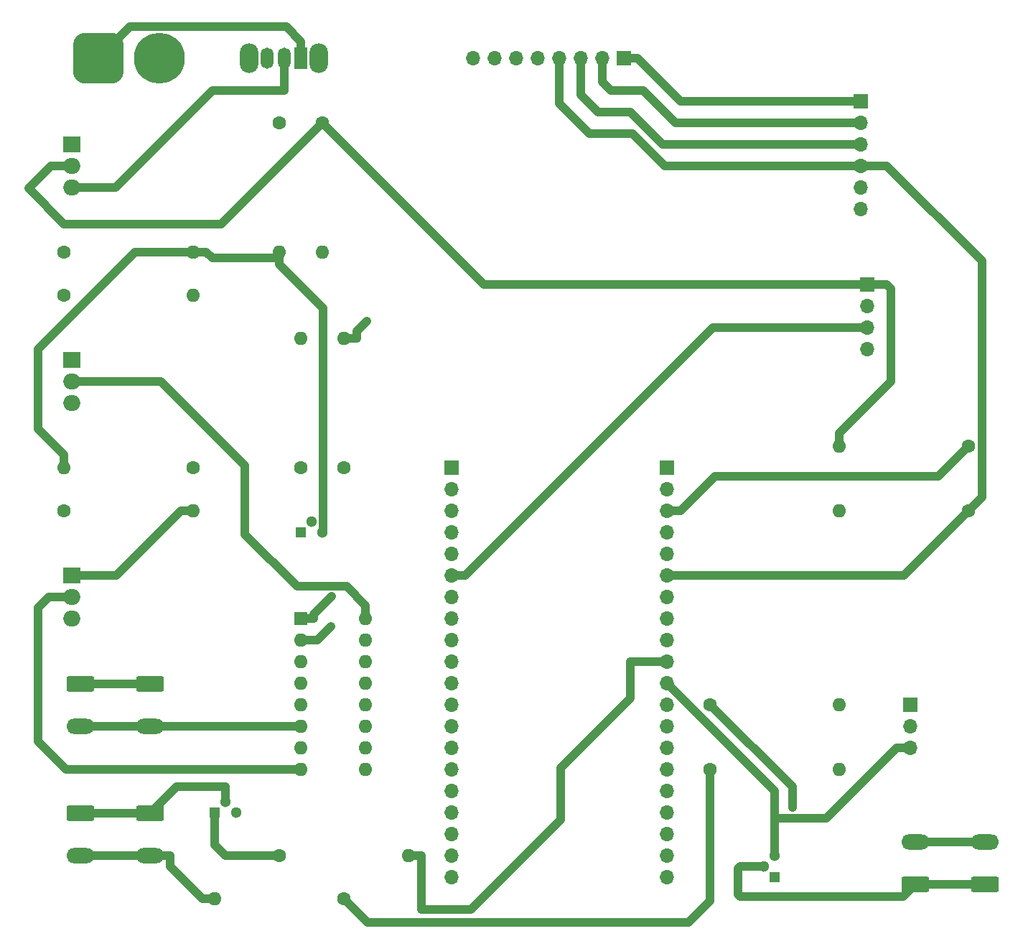
<source format=gbr>
%TF.GenerationSoftware,KiCad,Pcbnew,7.0.9-7.0.9~ubuntu22.04.1*%
%TF.CreationDate,2023-12-07T20:50:56+01:00*%
%TF.ProjectId,circuit,63697263-7569-4742-9e6b-696361645f70,rev?*%
%TF.SameCoordinates,Original*%
%TF.FileFunction,Copper,L1,Top*%
%TF.FilePolarity,Positive*%
%FSLAX46Y46*%
G04 Gerber Fmt 4.6, Leading zero omitted, Abs format (unit mm)*
G04 Created by KiCad (PCBNEW 7.0.9-7.0.9~ubuntu22.04.1) date 2023-12-07 20:50:56*
%MOMM*%
%LPD*%
G01*
G04 APERTURE LIST*
G04 Aperture macros list*
%AMRoundRect*
0 Rectangle with rounded corners*
0 $1 Rounding radius*
0 $2 $3 $4 $5 $6 $7 $8 $9 X,Y pos of 4 corners*
0 Add a 4 corners polygon primitive as box body*
4,1,4,$2,$3,$4,$5,$6,$7,$8,$9,$2,$3,0*
0 Add four circle primitives for the rounded corners*
1,1,$1+$1,$2,$3*
1,1,$1+$1,$4,$5*
1,1,$1+$1,$6,$7*
1,1,$1+$1,$8,$9*
0 Add four rect primitives between the rounded corners*
20,1,$1+$1,$2,$3,$4,$5,0*
20,1,$1+$1,$4,$5,$6,$7,0*
20,1,$1+$1,$6,$7,$8,$9,0*
20,1,$1+$1,$8,$9,$2,$3,0*%
G04 Aperture macros list end*
%TA.AperFunction,ComponentPad*%
%ADD10C,1.600000*%
%TD*%
%TA.AperFunction,ComponentPad*%
%ADD11O,1.600000X1.600000*%
%TD*%
%TA.AperFunction,ComponentPad*%
%ADD12R,1.600000X1.600000*%
%TD*%
%TA.AperFunction,ComponentPad*%
%ADD13R,1.300000X1.300000*%
%TD*%
%TA.AperFunction,ComponentPad*%
%ADD14C,1.300000*%
%TD*%
%TA.AperFunction,ComponentPad*%
%ADD15R,2.000000X1.905000*%
%TD*%
%TA.AperFunction,ComponentPad*%
%ADD16O,2.000000X1.905000*%
%TD*%
%TA.AperFunction,ComponentPad*%
%ADD17RoundRect,0.250000X-1.400000X0.650000X-1.400000X-0.650000X1.400000X-0.650000X1.400000X0.650000X0*%
%TD*%
%TA.AperFunction,ComponentPad*%
%ADD18O,3.300000X1.800000*%
%TD*%
%TA.AperFunction,ComponentPad*%
%ADD19R,1.700000X1.700000*%
%TD*%
%TA.AperFunction,ComponentPad*%
%ADD20O,1.700000X1.700000*%
%TD*%
%TA.AperFunction,ComponentPad*%
%ADD21RoundRect,1.500000X-1.500000X-1.500000X1.500000X-1.500000X1.500000X1.500000X-1.500000X1.500000X0*%
%TD*%
%TA.AperFunction,ComponentPad*%
%ADD22C,6.000000*%
%TD*%
%TA.AperFunction,ComponentPad*%
%ADD23O,2.200000X3.500000*%
%TD*%
%TA.AperFunction,ComponentPad*%
%ADD24R,1.500000X2.500000*%
%TD*%
%TA.AperFunction,ComponentPad*%
%ADD25O,1.500000X2.500000*%
%TD*%
%TA.AperFunction,ComponentPad*%
%ADD26RoundRect,0.250000X1.400000X-0.650000X1.400000X0.650000X-1.400000X0.650000X-1.400000X-0.650000X0*%
%TD*%
%TA.AperFunction,ViaPad*%
%ADD27C,0.800000*%
%TD*%
%TA.AperFunction,Conductor*%
%ADD28C,1.000000*%
%TD*%
G04 APERTURE END LIST*
D10*
%TO.P,R7,1*%
%TO.N,/ESP Power*%
X111760000Y-50800000D03*
D11*
%TO.P,R7,2*%
%TO.N,Net-(U5-ADJ)*%
X111760000Y-66040000D03*
%TD*%
D10*
%TO.P,R14,1*%
%TO.N,Net-(U3-ADJ)*%
X81280000Y-66040000D03*
D11*
%TO.P,R14,2*%
%TO.N,GND*%
X96520000Y-66040000D03*
%TD*%
D10*
%TO.P,R3,1*%
%TO.N,/ESP Power*%
X157480000Y-127000000D03*
D11*
%TO.P,R3,2*%
%TO.N,Net-(D1-A)*%
X172720000Y-127000000D03*
%TD*%
D10*
%TO.P,R8,1*%
%TO.N,Net-(U5-ADJ)*%
X106680000Y-50800000D03*
D11*
%TO.P,R8,2*%
%TO.N,GND*%
X106680000Y-66040000D03*
%TD*%
D10*
%TO.P,R5,1*%
%TO.N,Net-(Q1-B)*%
X157480000Y-119380000D03*
D11*
%TO.P,R5,2*%
%TO.N,Net-(U1-32)*%
X172720000Y-119380000D03*
%TD*%
D10*
%TO.P,R1,1*%
%TO.N,/MotorDrive*%
X81280000Y-96520000D03*
D11*
%TO.P,R1,2*%
%TO.N,Net-(U4-ADJ)*%
X96520000Y-96520000D03*
%TD*%
D12*
%TO.P,U2,1,EN1\u002C2*%
%TO.N,Net-(Q4-C)*%
X109220000Y-109220000D03*
D11*
%TO.P,U2,2,1A*%
%TO.N,Net-(U1-32)*%
X109220000Y-111760000D03*
%TO.P,U2,3,1Y*%
%TO.N,Net-(M1-+)*%
X109220000Y-114300000D03*
%TO.P,U2,4,GND*%
%TO.N,GND*%
X109220000Y-116840000D03*
%TO.P,U2,5,GND*%
X109220000Y-119380000D03*
%TO.P,U2,6,2Y*%
%TO.N,Net-(M1--)*%
X109220000Y-121920000D03*
%TO.P,U2,7,2A*%
%TO.N,Net-(U1-5)*%
X109220000Y-124460000D03*
%TO.P,U2,8,VCC2*%
%TO.N,/MotorDrive*%
X109220000Y-127000000D03*
%TO.P,U2,9,EN3\u002C4*%
%TO.N,unconnected-(U2-EN3\u002C4-Pad9)*%
X116840000Y-127000000D03*
%TO.P,U2,10,3A*%
%TO.N,unconnected-(U2-3A-Pad10)*%
X116840000Y-124460000D03*
%TO.P,U2,11,3Y*%
%TO.N,unconnected-(U2-3Y-Pad11)*%
X116840000Y-121920000D03*
%TO.P,U2,12,GND*%
%TO.N,GND*%
X116840000Y-119380000D03*
%TO.P,U2,13,GND*%
X116840000Y-116840000D03*
%TO.P,U2,14,4Y*%
%TO.N,unconnected-(U2-4Y-Pad14)*%
X116840000Y-114300000D03*
%TO.P,U2,15,4A*%
%TO.N,unconnected-(U2-4A-Pad15)*%
X116840000Y-111760000D03*
%TO.P,U2,16,VCC1*%
%TO.N,/DriverPower*%
X116840000Y-109220000D03*
%TD*%
D10*
%TO.P,R10,1*%
%TO.N,Net-(J1-SDA)*%
X187960000Y-96520000D03*
D11*
%TO.P,R10,2*%
%TO.N,/ESP Power*%
X172720000Y-96520000D03*
%TD*%
D10*
%TO.P,R12,1*%
%TO.N,Net-(U1-18)*%
X109220000Y-91440000D03*
D11*
%TO.P,R12,2*%
%TO.N,Net-(Q4-B)*%
X109220000Y-76200000D03*
%TD*%
D13*
%TO.P,Q4,1,B*%
%TO.N,Net-(Q4-B)*%
X109220000Y-99060000D03*
D14*
%TO.P,Q4,2,C*%
%TO.N,Net-(Q4-C)*%
X110490000Y-97790000D03*
%TO.P,Q4,3,E*%
%TO.N,GND*%
X111760000Y-99060000D03*
%TD*%
D15*
%TO.P,U4,1,ADJ*%
%TO.N,Net-(U4-ADJ)*%
X82210000Y-104140000D03*
D16*
%TO.P,U4,2,VO*%
%TO.N,/MotorDrive*%
X82210000Y-106680000D03*
%TO.P,U4,3,VI*%
%TO.N,Net-(SW2A-B)*%
X82210000Y-109220000D03*
%TD*%
D17*
%TO.P,M1,1,+*%
%TO.N,Net-(M1-+)*%
X91440000Y-116920000D03*
X83240000Y-116920000D03*
D18*
%TO.P,M1,2,-*%
%TO.N,Net-(M1--)*%
X91440000Y-121920000D03*
X83240000Y-121920000D03*
%TD*%
D10*
%TO.P,R13,1*%
%TO.N,/DriverPower*%
X81280000Y-71120000D03*
D11*
%TO.P,R13,2*%
%TO.N,Net-(U3-ADJ)*%
X96520000Y-71120000D03*
%TD*%
D19*
%TO.P,J3,1,Vcc*%
%TO.N,/ESP Power*%
X175965000Y-69860000D03*
D20*
%TO.P,J3,2,Trig*%
%TO.N,Net-(J3-Trig)*%
X175965000Y-72400000D03*
%TO.P,J3,3,Echo*%
%TO.N,Net-(J3-Echo)*%
X175965000Y-74940000D03*
%TO.P,J3,4,Grnd*%
%TO.N,GND*%
X175965000Y-77480000D03*
%TD*%
D10*
%TO.P,R2,1*%
%TO.N,Net-(U4-ADJ)*%
X96520000Y-91440000D03*
D11*
%TO.P,R2,2*%
%TO.N,GND*%
X81280000Y-91440000D03*
%TD*%
D15*
%TO.P,U3,1,ADJ*%
%TO.N,Net-(U3-ADJ)*%
X82210000Y-78740000D03*
D16*
%TO.P,U3,2,VO*%
%TO.N,/DriverPower*%
X82210000Y-81280000D03*
%TO.P,U3,3,VI*%
%TO.N,/MotorDrive*%
X82210000Y-83820000D03*
%TD*%
D13*
%TO.P,Q1,1,B*%
%TO.N,Net-(Q1-B)*%
X165100000Y-139700000D03*
D14*
%TO.P,Q1,2,C*%
%TO.N,Net-(D1-K)*%
X163830000Y-138430000D03*
%TO.P,Q1,3,E*%
%TO.N,GND*%
X165100000Y-137160000D03*
%TD*%
D15*
%TO.P,U5,1,ADJ*%
%TO.N,Net-(U5-ADJ)*%
X82210000Y-53340000D03*
D16*
%TO.P,U5,2,VO*%
%TO.N,/ESP Power*%
X82210000Y-55880000D03*
%TO.P,U5,3,VI*%
%TO.N,Net-(SW2A-B)*%
X82210000Y-58420000D03*
%TD*%
D21*
%TO.P,BT1,1,+*%
%TO.N,Net-(BT1-+)*%
X85300000Y-43180000D03*
D22*
%TO.P,BT1,2,-*%
%TO.N,GND*%
X92500000Y-43180000D03*
%TD*%
D20*
%TO.P,U1,1,GND*%
%TO.N,unconnected-(U1-GND-Pad1)*%
X152400000Y-139700000D03*
D19*
%TO.P,U1,2,3V3*%
%TO.N,Net-(J1-VCC)*%
X127000000Y-91440000D03*
D20*
%TO.P,U1,3,VP*%
%TO.N,unconnected-(U1-VP-Pad3)*%
X127000000Y-96520000D03*
%TO.P,U1,4,VN*%
%TO.N,unconnected-(U1-VN-Pad4)*%
X127000000Y-99060000D03*
%TO.P,U1,5,34*%
%TO.N,unconnected-(U1-34-Pad5)*%
X127000000Y-101600000D03*
%TO.P,U1,6,35*%
%TO.N,Net-(J3-Echo)*%
X127000000Y-104140000D03*
%TO.P,U1,7,32*%
%TO.N,Net-(U1-32)*%
X127000000Y-106680000D03*
%TO.P,U1,8,33*%
%TO.N,Net-(M2-PWM)*%
X127000000Y-109220000D03*
%TO.P,U1,9,25*%
%TO.N,unconnected-(U1-25-Pad9)*%
X127000000Y-111760000D03*
%TO.P,U1,10,26*%
%TO.N,unconnected-(U1-26-Pad10)*%
X127000000Y-114300000D03*
%TO.P,U1,11,27*%
%TO.N,unconnected-(U1-27-Pad11)*%
X127000000Y-116840000D03*
%TO.P,U1,12,14*%
%TO.N,unconnected-(U1-14-Pad12)*%
X127000000Y-119380000D03*
%TO.P,U1,13,12*%
%TO.N,unconnected-(U1-12-Pad13)*%
X127000000Y-121920000D03*
%TO.P,U1,14,GND*%
%TO.N,unconnected-(U1-GND-Pad14)*%
X127000000Y-124460000D03*
%TO.P,U1,15,13*%
%TO.N,unconnected-(U1-13-Pad15)*%
X127000000Y-127000000D03*
%TO.P,U1,16,SD2*%
%TO.N,unconnected-(U1-SD2-Pad16)*%
X127000000Y-129540000D03*
%TO.P,U1,17,SD3*%
%TO.N,unconnected-(U1-SD3-Pad17)*%
X127000000Y-132080000D03*
%TO.P,U1,18,CMD*%
%TO.N,unconnected-(U1-CMD-Pad18)*%
X127000000Y-134620000D03*
%TO.P,U1,19,VCC*%
%TO.N,/ESP Power*%
X127000000Y-137160000D03*
%TO.P,U1,20,VCC*%
%TO.N,unconnected-(U1-VCC-Pad20)*%
X127000000Y-139700000D03*
%TO.P,U1,21,CLK*%
%TO.N,unconnected-(U1-CLK-Pad21)*%
X152400000Y-137160000D03*
%TO.P,U1,22,SD0*%
%TO.N,unconnected-(U1-SD0-Pad22)*%
X152400000Y-134620000D03*
%TO.P,U1,23,SD1*%
%TO.N,unconnected-(U1-SD1-Pad23)*%
X152400000Y-132080000D03*
%TO.P,U1,24,15*%
%TO.N,unconnected-(U1-15-Pad24)*%
X152400000Y-129540000D03*
%TO.P,U1,25,2*%
%TO.N,unconnected-(U1-2-Pad25)*%
X152400000Y-127000000D03*
%TO.P,U1,26,0*%
%TO.N,unconnected-(U1-0-Pad26)*%
X152400000Y-124460000D03*
%TO.P,U1,27,4*%
%TO.N,unconnected-(U1-4-Pad27)*%
X152400000Y-121920000D03*
%TO.P,U1,28,GND*%
%TO.N,unconnected-(U1-GND-Pad28)*%
X152400000Y-119380000D03*
%TO.P,U1,29,GND*%
%TO.N,GND*%
X152400000Y-116840000D03*
%TO.P,U1,30,5*%
%TO.N,Net-(U1-5)*%
X152400000Y-114300000D03*
%TO.P,U1,31,18*%
%TO.N,Net-(U1-18)*%
X152400000Y-111760000D03*
%TO.P,U1,32,19*%
%TO.N,Net-(J1-INT)*%
X152400000Y-109220000D03*
%TO.P,U1,33,GND*%
%TO.N,unconnected-(U1-GND-Pad33)*%
X152400000Y-106680000D03*
%TO.P,U1,34,21*%
%TO.N,Net-(J1-SDA)*%
X152400000Y-104140000D03*
%TO.P,U1,35,RX*%
%TO.N,unconnected-(U1-RX-Pad35)*%
X152400000Y-101600000D03*
%TO.P,U1,36,TX*%
%TO.N,unconnected-(U1-TX-Pad36)*%
X152400000Y-99060000D03*
%TO.P,U1,37,22*%
%TO.N,Net-(J1-SCL)*%
X152400000Y-96520000D03*
%TO.P,U1,38,23*%
%TO.N,Net-(J3-Trig)*%
X152400000Y-93980000D03*
D19*
%TO.P,U1,39,GND*%
%TO.N,unconnected-(U1-GND-Pad39)*%
X152400000Y-91440000D03*
D20*
%TO.P,U1,40,EN*%
%TO.N,unconnected-(U1-EN-Pad40)*%
X127000000Y-93980000D03*
%TD*%
D17*
%TO.P,D3,1,K*%
%TO.N,Net-(D3-K)*%
X91440000Y-132160000D03*
X83240000Y-132160000D03*
D18*
%TO.P,D3,2,A*%
%TO.N,Net-(D3-A)*%
X91440000Y-137160000D03*
X83240000Y-137160000D03*
%TD*%
D23*
%TO.P,SW2,*%
%TO.N,*%
X111320000Y-43180000D03*
X103120000Y-43180000D03*
D24*
%TO.P,SW2,1,A*%
%TO.N,Net-(BT1-+)*%
X109220000Y-43180000D03*
D25*
%TO.P,SW2,2,B*%
%TO.N,Net-(SW2A-B)*%
X107220000Y-43180000D03*
%TO.P,SW2,3,C*%
%TO.N,unconnected-(SW2A-C-Pad3)*%
X105220000Y-43180000D03*
%TD*%
D19*
%TO.P,M2,1,PWM*%
%TO.N,Net-(M2-PWM)*%
X181045000Y-119395000D03*
D20*
%TO.P,M2,2,+*%
%TO.N,/ESP Power*%
X181045000Y-121935000D03*
%TO.P,M2,3,-*%
%TO.N,GND*%
X181045000Y-124475000D03*
%TD*%
D19*
%TO.P,J1,1,VCC*%
%TO.N,Net-(J1-VCC)*%
X147320000Y-43180000D03*
D20*
%TO.P,J1,2,GND*%
%TO.N,GND*%
X144780000Y-43180000D03*
%TO.P,J1,3,SCL*%
%TO.N,Net-(J1-SCL)*%
X142240000Y-43180000D03*
%TO.P,J1,4,SDA*%
%TO.N,Net-(J1-SDA)*%
X139700000Y-43180000D03*
%TO.P,J1,5,XDA*%
%TO.N,unconnected-(J1-XDA-Pad5)*%
X137160000Y-43180000D03*
%TO.P,J1,6,XCL*%
%TO.N,unconnected-(J1-XCL-Pad6)*%
X134620000Y-43180000D03*
%TO.P,J1,7,ADC*%
%TO.N,unconnected-(J1-ADC-Pad7)*%
X132080000Y-43180000D03*
%TO.P,J1,8,INT*%
%TO.N,Net-(J1-INT)*%
X129540000Y-43180000D03*
%TD*%
D10*
%TO.P,R11,1*%
%TO.N,Net-(Q4-C)*%
X114300000Y-91440000D03*
D11*
%TO.P,R11,2*%
%TO.N,Net-(J1-VCC)*%
X114300000Y-76200000D03*
%TD*%
D10*
%TO.P,R4,1*%
%TO.N,/ESP Power*%
X114300000Y-142240000D03*
D11*
%TO.P,R4,2*%
%TO.N,Net-(D3-A)*%
X99060000Y-142240000D03*
%TD*%
D13*
%TO.P,Q2,1,B*%
%TO.N,Net-(Q2-B)*%
X99060000Y-132080000D03*
D14*
%TO.P,Q2,2,C*%
%TO.N,Net-(D3-K)*%
X100330000Y-130810000D03*
%TO.P,Q2,3,E*%
%TO.N,GND*%
X101600000Y-132080000D03*
%TD*%
D10*
%TO.P,R9,1*%
%TO.N,Net-(J1-SCL)*%
X187960000Y-88900000D03*
D11*
%TO.P,R9,2*%
%TO.N,/ESP Power*%
X172720000Y-88900000D03*
%TD*%
D26*
%TO.P,D1,1,K*%
%TO.N,Net-(D1-K)*%
X181642500Y-140560000D03*
X189842500Y-140560000D03*
D18*
%TO.P,D1,2,A*%
%TO.N,Net-(D1-A)*%
X181642500Y-135560000D03*
X189842500Y-135560000D03*
%TD*%
D10*
%TO.P,R6,1*%
%TO.N,Net-(Q2-B)*%
X106680000Y-137160000D03*
D11*
%TO.P,R6,2*%
%TO.N,Net-(U1-5)*%
X121920000Y-137160000D03*
%TD*%
D19*
%TO.P,J2,1,VIN*%
%TO.N,Net-(J1-VCC)*%
X175260000Y-48260000D03*
D20*
%TO.P,J2,2,GND*%
%TO.N,GND*%
X175260000Y-50800000D03*
%TO.P,J2,3,SCL*%
%TO.N,Net-(J1-SCL)*%
X175260000Y-53340000D03*
%TO.P,J2,4,SDA*%
%TO.N,Net-(J1-SDA)*%
X175260000Y-55880000D03*
%TO.P,J2,5,GPIO1*%
%TO.N,unconnected-(J2-GPIO1-Pad5)*%
X175260000Y-58420000D03*
%TO.P,J2,6,XSHUT*%
%TO.N,unconnected-(J2-XSHUT-Pad6)*%
X175260000Y-60960000D03*
%TD*%
D27*
%TO.N,Net-(Q4-C)*%
X112844000Y-106655500D03*
%TO.N,Net-(U1-32)*%
X112749400Y-110179800D03*
%TO.N,Net-(J1-VCC)*%
X117005500Y-74203200D03*
%TO.N,Net-(Q1-B)*%
X167157800Y-131535000D03*
%TD*%
D28*
%TO.N,Net-(Q4-C)*%
X109220000Y-109220000D02*
X110720300Y-109220000D01*
X112844000Y-106655500D02*
X110720300Y-108779200D01*
X110720300Y-108779200D02*
X110720300Y-109220000D01*
%TO.N,Net-(U1-32)*%
X109220000Y-111760000D02*
X111169200Y-111760000D01*
X111169200Y-111760000D02*
X112749400Y-110179800D01*
%TO.N,Net-(M1-+)*%
X83240000Y-116920000D02*
X91440000Y-116920000D01*
%TO.N,GND*%
X111845900Y-98974100D02*
X111760000Y-99060000D01*
X171206500Y-132763200D02*
X165100000Y-132763200D01*
X81280000Y-89939700D02*
X81280000Y-91440000D01*
X106680000Y-67540300D02*
X111845900Y-72706200D01*
X89662000Y-66040000D02*
X78232000Y-77470000D01*
X106680000Y-66790100D02*
X106680000Y-67540300D01*
X78232000Y-86891700D02*
X81280000Y-89939700D01*
X179494700Y-124475000D02*
X171206500Y-132763200D01*
X144780000Y-45974000D02*
X144780000Y-43180000D01*
X165100000Y-129540000D02*
X165100000Y-132763200D01*
X96520000Y-66040000D02*
X98020300Y-66040000D01*
X149606000Y-46990000D02*
X145796000Y-46990000D01*
X152400000Y-116840000D02*
X165100000Y-129540000D01*
X98770400Y-66790100D02*
X98020300Y-66040000D01*
X153416000Y-50800000D02*
X149606000Y-46990000D01*
X165100000Y-132763200D02*
X165100000Y-137160000D01*
X78232000Y-77470000D02*
X78232000Y-86891700D01*
X96520000Y-66040000D02*
X89662000Y-66040000D01*
X106680000Y-66040000D02*
X106680000Y-66790100D01*
X111845900Y-72706200D02*
X111845900Y-98974100D01*
X181045000Y-124475000D02*
X179494700Y-124475000D01*
X145796000Y-46990000D02*
X144780000Y-45974000D01*
X175260000Y-50800000D02*
X153416000Y-50800000D01*
X106680000Y-66790100D02*
X98770400Y-66790100D01*
%TO.N,/MotorDrive*%
X81534000Y-127000000D02*
X78232000Y-123698000D01*
X78232000Y-123698000D02*
X78232000Y-107950000D01*
X109220000Y-127000000D02*
X81534000Y-127000000D01*
X79502000Y-106680000D02*
X82210000Y-106680000D01*
X78232000Y-107950000D02*
X79502000Y-106680000D01*
%TO.N,Net-(M1--)*%
X83240000Y-121920000D02*
X91440000Y-121920000D01*
X91440000Y-121920000D02*
X109220000Y-121920000D01*
%TO.N,Net-(U1-5)*%
X148082000Y-114300000D02*
X152400000Y-114300000D01*
X123420300Y-137160000D02*
X123420300Y-143510000D01*
X121920000Y-137160000D02*
X123420300Y-137160000D01*
X129286000Y-143510000D02*
X139828700Y-132967300D01*
X148082000Y-118618000D02*
X148082000Y-114300000D01*
X123420300Y-143510000D02*
X129286000Y-143510000D01*
X139828700Y-132967300D02*
X139828700Y-126871300D01*
X139828700Y-126871300D02*
X148082000Y-118618000D01*
%TO.N,/DriverPower*%
X102616000Y-91186000D02*
X92710000Y-81280000D01*
X116840000Y-107719700D02*
X114575500Y-105455200D01*
X116840000Y-109220000D02*
X116840000Y-107719700D01*
X92710000Y-81280000D02*
X82210000Y-81280000D01*
X102616000Y-99314000D02*
X102616000Y-91186000D01*
X114575500Y-105455200D02*
X108757200Y-105455200D01*
X108757200Y-105455200D02*
X102616000Y-99314000D01*
%TO.N,Net-(U4-ADJ)*%
X87399700Y-104140000D02*
X95019700Y-96520000D01*
X96520000Y-96520000D02*
X95019700Y-96520000D01*
X82210000Y-104140000D02*
X87399700Y-104140000D01*
%TO.N,/ESP Power*%
X172720000Y-87399700D02*
X172720000Y-88900000D01*
X157480000Y-127000000D02*
X157480000Y-142488100D01*
X130820000Y-69860000D02*
X175965000Y-69860000D01*
X82210000Y-55880000D02*
X79756000Y-55880000D01*
X99822000Y-62738000D02*
X111760000Y-50800000D01*
X178816000Y-81303700D02*
X172720000Y-87399700D01*
X81280000Y-62738000D02*
X99822000Y-62738000D01*
X154934100Y-145034000D02*
X117094000Y-145034000D01*
X157480000Y-142488100D02*
X154934100Y-145034000D01*
X79756000Y-55880000D02*
X77089000Y-58547000D01*
X175965000Y-69860000D02*
X178318000Y-69860000D01*
X178318000Y-69860000D02*
X178816000Y-70358000D01*
X178816000Y-70358000D02*
X178816000Y-81303700D01*
X117094000Y-145034000D02*
X114300000Y-142240000D01*
X111760000Y-50800000D02*
X130820000Y-69860000D01*
X77089000Y-58547000D02*
X81280000Y-62738000D01*
%TO.N,Net-(BT1-+)*%
X85300000Y-43180000D02*
X89005400Y-39474600D01*
X89005400Y-39474600D02*
X107464900Y-39474600D01*
X109220000Y-43180000D02*
X109220000Y-41229700D01*
X107464900Y-39474600D02*
X109220000Y-41229700D01*
%TO.N,Net-(D1-K)*%
X163749600Y-138510400D02*
X163830000Y-138430000D01*
X189842500Y-140560000D02*
X181642500Y-140560000D01*
X160782000Y-138684000D02*
X160782000Y-141732000D01*
X160782000Y-141732000D02*
X161036000Y-141986000D01*
X161036000Y-141986000D02*
X180216500Y-141986000D01*
X163830000Y-138430000D02*
X161036000Y-138430000D01*
X180216500Y-141986000D02*
X181642500Y-140560000D01*
X161036000Y-138430000D02*
X160782000Y-138684000D01*
%TO.N,Net-(D1-A)*%
X189842500Y-135560000D02*
X181642500Y-135560000D01*
%TO.N,Net-(D3-K)*%
X83240000Y-132160000D02*
X91440000Y-132160000D01*
X100330000Y-129032000D02*
X100330000Y-130810000D01*
X91440000Y-132160000D02*
X94568000Y-129032000D01*
X94568000Y-129032000D02*
X100330000Y-129032000D01*
%TO.N,Net-(D3-A)*%
X99060000Y-142240000D02*
X97559700Y-142240000D01*
X93790300Y-137160000D02*
X93790300Y-138470600D01*
X93790300Y-138470600D02*
X97559700Y-142240000D01*
X91440000Y-137160000D02*
X93790300Y-137160000D01*
X83240000Y-137160000D02*
X91440000Y-137160000D01*
%TO.N,Net-(J1-VCC)*%
X114300000Y-76200000D02*
X115800300Y-76200000D01*
X175260000Y-48260000D02*
X153950300Y-48260000D01*
X147320000Y-43180000D02*
X148870300Y-43180000D01*
X117005500Y-74203200D02*
X115800300Y-75408400D01*
X153950300Y-48260000D02*
X148870300Y-43180000D01*
X115800300Y-75408400D02*
X115800300Y-76200000D01*
%TO.N,Net-(J1-SCL)*%
X184404000Y-92456000D02*
X187960000Y-88900000D01*
X151892000Y-53340000D02*
X148082000Y-49530000D01*
X153950300Y-96520000D02*
X158014300Y-92456000D01*
X175260000Y-53340000D02*
X151892000Y-53340000D01*
X158014300Y-92456000D02*
X184404000Y-92456000D01*
X144272000Y-49530000D02*
X142240000Y-47498000D01*
X148082000Y-49530000D02*
X144272000Y-49530000D01*
X142240000Y-47498000D02*
X142240000Y-43180000D01*
X152400000Y-96520000D02*
X153950300Y-96520000D01*
%TO.N,Net-(J1-SDA)*%
X187960000Y-96520000D02*
X180340000Y-104140000D01*
X175260000Y-55880000D02*
X178308000Y-55880000D01*
X139700000Y-43180000D02*
X139700000Y-48514000D01*
X143256000Y-52070000D02*
X148336000Y-52070000D01*
X148336000Y-52070000D02*
X152146000Y-55880000D01*
X152146000Y-55880000D02*
X175260000Y-55880000D01*
X139700000Y-48514000D02*
X143256000Y-52070000D01*
X189499600Y-94980400D02*
X187960000Y-96520000D01*
X189499600Y-67071600D02*
X189499600Y-94980400D01*
X178308000Y-55880000D02*
X189499600Y-67071600D01*
X180340000Y-104140000D02*
X152400000Y-104140000D01*
%TO.N,Net-(J3-Echo)*%
X175965000Y-74940000D02*
X157750300Y-74940000D01*
X127000000Y-104140000D02*
X128550300Y-104140000D01*
X157750300Y-74940000D02*
X128550300Y-104140000D01*
%TO.N,Net-(Q1-B)*%
X167157800Y-131535000D02*
X167157800Y-129057800D01*
X167157800Y-129057800D02*
X157480000Y-119380000D01*
%TO.N,Net-(Q2-B)*%
X99060000Y-132080000D02*
X99060000Y-135890000D01*
X99060000Y-135890000D02*
X100330000Y-137160000D01*
X100330000Y-137160000D02*
X106680000Y-137160000D01*
%TO.N,Net-(SW2A-B)*%
X87376000Y-58420000D02*
X82210000Y-58420000D01*
X107220000Y-46990000D02*
X98806000Y-46990000D01*
X107220000Y-43180000D02*
X107220000Y-46990000D01*
X98806000Y-46990000D02*
X87376000Y-58420000D01*
%TD*%
M02*

</source>
